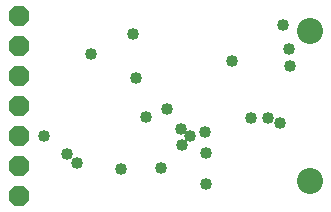
<source format=gbs>
G75*
%MOIN*%
%OFA0B0*%
%FSLAX25Y25*%
%IPPOS*%
%LPD*%
%AMOC8*
5,1,8,0,0,1.08239X$1,22.5*
%
%ADD10C,0.08674*%
%ADD11OC8,0.06737*%
%ADD12C,0.04000*%
D10*
X0137300Y0020500D03*
X0137300Y0070500D03*
D11*
X0040300Y0015500D03*
X0040300Y0025500D03*
X0040300Y0035500D03*
X0040300Y0045500D03*
X0040300Y0055500D03*
X0040300Y0065500D03*
X0040300Y0075500D03*
D12*
X0064300Y0063000D03*
X0078300Y0069500D03*
X0079300Y0055000D03*
X0089800Y0044500D03*
X0082800Y0042000D03*
X0094300Y0038000D03*
X0097300Y0035500D03*
X0094800Y0032500D03*
X0102800Y0030000D03*
X0102300Y0037000D03*
X0117800Y0041500D03*
X0123300Y0041500D03*
X0127300Y0040000D03*
X0130800Y0059000D03*
X0130300Y0064500D03*
X0128300Y0072500D03*
X0111300Y0060500D03*
X0059800Y0026500D03*
X0056300Y0029500D03*
X0048800Y0035500D03*
X0074300Y0024500D03*
X0087800Y0025000D03*
X0102800Y0019500D03*
M02*

</source>
